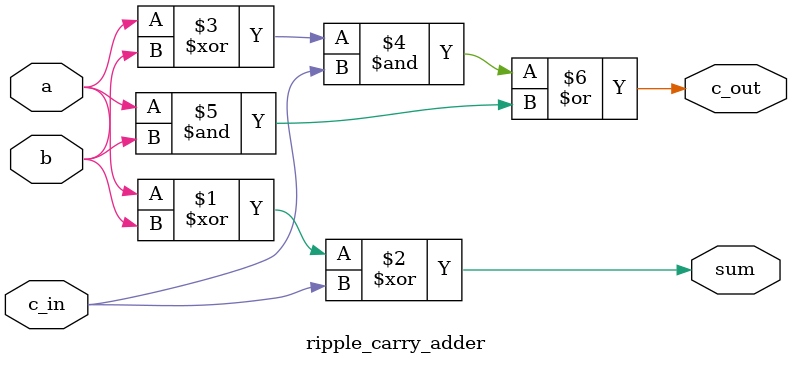
<source format=v>
module ripple_carry_adder(
    input a,b,c_in,
    output sum, c_out   
    );
    assign sum = (a^b)^c_in;
    assign c_out = ((a^b)&c_in)|(a&b); 
endmodule
</source>
